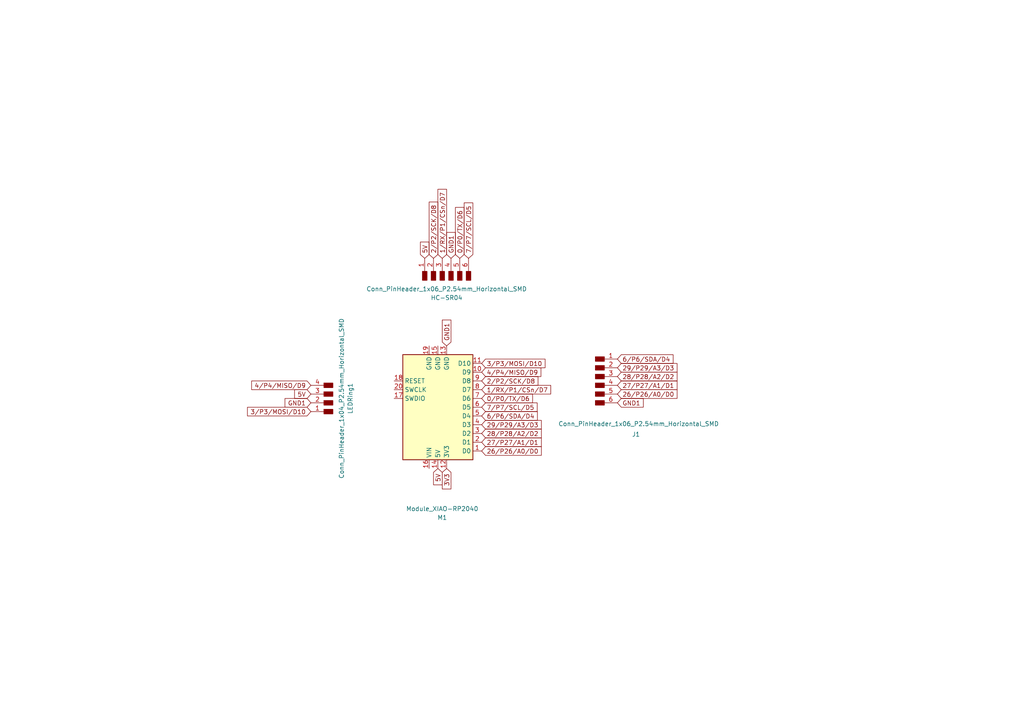
<source format=kicad_sch>
(kicad_sch (version 20231120) (generator "eeschema") (generator_version "8.0")
  (paper "A4")
  (lib_symbols
    (symbol "fab:Conn_PinHeader_1x04_P2.54mm_Horizontal_SMD" (pin_names hide)
      (property "Reference" "J" (at 0 5.08 0))
      (property "Value" "Conn_PinHeader_1x04_P2.54mm_Horizontal_SMD" (at 0 -7.62 0))
      (symbol "Conn_PinHeader_1x04_P2.54mm_Horizontal_SMD_1_1"
        (rectangle (start -1.27 -4.445) (end 1.27 -5.715) (stroke (width 0.254)) (fill (type outline)))
        (rectangle (start -1.27 -1.905) (end 1.27 -3.175) (stroke (width 0.254)) (fill (type outline)))
        (rectangle (start -1.27 0.635) (end 1.27 -0.635) (stroke (width 0.254)) (fill (type outline)))
        (rectangle (start -1.27 3.175) (end 1.27 1.905) (stroke (width 0.254)) (fill (type outline)))
        (pin passive line (at 5.08 2.54 180) (length 3.81) (name "Pin_1") (number "1"))
        (pin passive line (at 5.08 0 180) (length 3.81) (name "Pin_2") (number "2"))
        (pin passive line (at 5.08 -2.54 180) (length 3.81) (name "Pin_3") (number "3"))
        (pin passive line (at 5.08 -5.08 180) (length 3.81) (name "Pin_4") (number "4"))
      )
    )
    (symbol "fab:Conn_PinHeader_1x06_P2.54mm_Horizontal_SMD" (pin_names hide)
      (property "Reference" "J" (at 0 7.62 0))
      (property "Value" "Conn_PinHeader_1x06_P2.54mm_Horizontal_SMD" (at 0 -10.16 0))
      (symbol "Conn_PinHeader_1x06_P2.54mm_Horizontal_SMD_1_1"
        (rectangle (start -1.27 -6.985) (end 1.27 -8.255) (stroke (width 0.254)) (fill (type outline)))
        (rectangle (start -1.27 -4.445) (end 1.27 -5.715) (stroke (width 0.254)) (fill (type outline)))
        (rectangle (start -1.27 -1.905) (end 1.27 -3.175) (stroke (width 0.254)) (fill (type outline)))
        (rectangle (start -1.27 0.635) (end 1.27 -0.635) (stroke (width 0.254)) (fill (type outline)))
        (rectangle (start -1.27 3.175) (end 1.27 1.905) (stroke (width 0.254)) (fill (type outline)))
        (rectangle (start -1.27 5.715) (end 1.27 4.445) (stroke (width 0.254)) (fill (type outline)))
        (pin passive line (at 5.08 5.08 180) (length 3.81) (name "Pin_1") (number "1"))
        (pin passive line (at 5.08 2.54 180) (length 3.81) (name "Pin_2") (number "2"))
        (pin passive line (at 5.08 0 180) (length 3.81) (name "Pin_3") (number "3"))
        (pin passive line (at 5.08 -2.54 180) (length 3.81) (name "Pin_4") (number "4"))
        (pin passive line (at 5.08 -5.08 180) (length 3.81) (name "Pin_5") (number "5"))
        (pin passive line (at 5.08 -7.62 180) (length 3.81) (name "Pin_6") (number "6"))
      )
    )
    (symbol "fab:Module_XIAO-RP2040"
      (property "Reference" "M" (at -10.16 16.51 0))
      (property "Value" "Module_XIAO-RP2040" (at 3.81 16.51 0))
      (symbol "Module_XIAO-RP2040_1_1"
        (rectangle (start -10.16 15.24) (end 10.16 -15.24) (stroke (width 0.254)) (fill (type background)))
        (pin bidirectional line (at -12.7 12.7 0) (length 2.54) (name "D0") (number "1"))
        (pin bidirectional line (at -12.7 -10.16 0) (length 2.54) (name "D9") (number "10"))
        (pin bidirectional line (at -12.7 -12.7 0) (length 2.54) (name "D10") (number "11"))
        (pin power_in line (at -2.54 17.78 270) (length 2.54) (name "3V3") (number "12"))
        (pin power_in line (at -2.54 -17.78 90) (length 2.54) (name "GND") (number "13"))
        (pin power_in line (at 0 17.78 270) (length 2.54) (name "5V") (number "14"))
        (pin power_in line (at 0 -17.78 90) (length 2.54) (name "GND") (number "15"))
        (pin power_in line (at 2.54 17.78 270) (length 2.54) (name "VIN") (number "16"))
        (pin bidirectional line (at 12.7 -2.54 180) (length 2.54) (name "SWDIO") (number "17"))
        (pin input line (at 12.7 -7.62 180) (length 2.54) (name "RESET") (number "18"))
        (pin power_in line (at 2.54 -17.78 90) (length 2.54) (name "GND") (number "19"))
        (pin bidirectional line (at -12.7 10.16 0) (length 2.54) (name "D1") (number "2"))
        (pin input line (at 12.7 -5.08 180) (length 2.54) (name "SWCLK") (number "20"))
        (pin bidirectional line (at -12.7 7.62 0) (length 2.54) (name "D2") (number "3"))
        (pin bidirectional line (at -12.7 5.08 0) (length 2.54) (name "D3") (number "4"))
        (pin bidirectional line (at -12.7 2.54 0) (length 2.54) (name "D4") (number "5"))
        (pin bidirectional line (at -12.7 0 0) (length 2.54) (name "D5") (number "6"))
        (pin bidirectional line (at -12.7 -2.54 0) (length 2.54) (name "D6") (number "7"))
        (pin bidirectional line (at -12.7 -5.08 0) (length 2.54) (name "D7") (number "8"))
        (pin bidirectional line (at -12.7 -7.62 0) (length 2.54) (name "D8") (number "9"))
      )
    )
  )
  (global_label "3{slash}P3{slash}MOSI{slash}D10" (shape input) (at 90.17 119.38 180) (property "Intersheetrefs" "${INTERSHEET_REFS}" (effects (hide yes))))
  (global_label "0{slash}P0{slash}TX{slash}D6" (shape input) (at 139.7 115.57 0) (property "Intersheetrefs" "${INTERSHEET_REFS}" (effects (hide yes))))
  (global_label "5V" (shape input) (at 127 135.89 270) (property "Intersheetrefs" "${INTERSHEET_REFS}" (effects (hide yes))))
  (global_label "GND1" (shape input) (at 129.54 100.33 90) (property "Intersheetrefs" "${INTERSHEET_REFS}" (effects (hide yes))))
  (global_label "1{slash}RX{slash}P1{slash}CSn{slash}D7" (shape input) (at 139.7 113.03 0) (property "Intersheetrefs" "${INTERSHEET_REFS}" (effects (hide yes))))
  (global_label "29{slash}P29{slash}A3{slash}D3" (shape input) (at 139.7 123.19 0) (property "Intersheetrefs" "${INTERSHEET_REFS}" (effects (hide yes))))
  (global_label "6{slash}P6{slash}SDA{slash}D4" (shape input) (at 139.7 120.65 0) (property "Intersheetrefs" "${INTERSHEET_REFS}" (effects (hide yes))))
  (global_label "27{slash}P27{slash}A1{slash}D1" (shape input) (at 179.07 111.76 0) (property "Intersheetrefs" "${INTERSHEET_REFS}" (effects (hide yes))))
  (global_label "4{slash}P4{slash}MISO{slash}D9" (shape input) (at 90.17 111.76 180) (property "Intersheetrefs" "${INTERSHEET_REFS}" (effects (hide yes))))
  (global_label "29{slash}P29{slash}A3{slash}D3" (shape input) (at 179.07 106.68 0) (property "Intersheetrefs" "${INTERSHEET_REFS}" (effects (hide yes))))
  (global_label "5V" (shape input) (at 123.19 74.93 90) (property "Intersheetrefs" "${INTERSHEET_REFS}" (effects (hide yes))))
  (global_label "2{slash}P2{slash}SCK{slash}D8" (shape input) (at 125.73 74.93 90) (property "Intersheetrefs" "${INTERSHEET_REFS}" (effects (hide yes))))
  (global_label "GND1" (shape input) (at 179.07 116.84 0) (property "Intersheetrefs" "${INTERSHEET_REFS}" (effects (hide yes))))
  (global_label "7{slash}P7{slash}SCL{slash}D5" (shape input) (at 135.89 74.93 90) (property "Intersheetrefs" "${INTERSHEET_REFS}" (effects (hide yes))))
  (global_label "7{slash}P7{slash}SCL{slash}D5" (shape input) (at 139.7 118.11 0) (property "Intersheetrefs" "${INTERSHEET_REFS}" (effects (hide yes))))
  (global_label "26{slash}P26{slash}A0{slash}D0" (shape input) (at 139.7 130.81 0) (property "Intersheetrefs" "${INTERSHEET_REFS}" (effects (hide yes))))
  (global_label "5V" (shape input) (at 90.17 114.3 180) (property "Intersheetrefs" "${INTERSHEET_REFS}" (effects (hide yes))))
  (global_label "1{slash}RX{slash}P1{slash}CSn{slash}D7" (shape input) (at 128.27 74.93 90) (property "Intersheetrefs" "${INTERSHEET_REFS}" (effects (hide yes))))
  (global_label "27{slash}P27{slash}A1{slash}D1" (shape input) (at 139.7 128.27 0) (property "Intersheetrefs" "${INTERSHEET_REFS}" (effects (hide yes))))
  (global_label "GND1" (shape input) (at 90.17 116.84 180) (property "Intersheetrefs" "${INTERSHEET_REFS}" (effects (hide yes))))
  (global_label "28{slash}P28{slash}A2{slash}D2" (shape input) (at 139.7 125.73 0) (property "Intersheetrefs" "${INTERSHEET_REFS}" (effects (hide yes))))
  (global_label "3{slash}P3{slash}MOSI{slash}D10" (shape input) (at 139.7 105.41 0) (property "Intersheetrefs" "${INTERSHEET_REFS}" (effects (hide yes))))
  (global_label "0{slash}P0{slash}TX{slash}D6" (shape input) (at 133.35 74.93 90) (property "Intersheetrefs" "${INTERSHEET_REFS}" (effects (hide yes))))
  (global_label "26{slash}P26{slash}A0{slash}D0" (shape input) (at 179.07 114.3 0) (property "Intersheetrefs" "${INTERSHEET_REFS}" (effects (hide yes))))
  (global_label "6{slash}P6{slash}SDA{slash}D4" (shape input) (at 179.07 104.14 0) (property "Intersheetrefs" "${INTERSHEET_REFS}" (effects (hide yes))))
  (global_label "2{slash}P2{slash}SCK{slash}D8" (shape input) (at 139.7 110.49 0) (property "Intersheetrefs" "${INTERSHEET_REFS}" (effects (hide yes))))
  (global_label "4{slash}P4{slash}MISO{slash}D9" (shape input) (at 139.7 107.95 0) (property "Intersheetrefs" "${INTERSHEET_REFS}" (effects (hide yes))))
  (global_label "GND1" (shape input) (at 130.81 74.93 90) (property "Intersheetrefs" "${INTERSHEET_REFS}" (effects (hide yes))))
  (global_label "3V3" (shape input) (at 129.54 135.89 270) (property "Intersheetrefs" "${INTERSHEET_REFS}" (effects (hide yes))))
  (global_label "28{slash}P28{slash}A2{slash}D2" (shape input) (at 179.07 109.22 0) (property "Intersheetrefs" "${INTERSHEET_REFS}" (effects (hide yes))))
  (symbol (lib_id "fab:Conn_PinHeader_1x04_P2.54mm_Horizontal_SMD") (at 95.25 116.84 180) (unit 1)
    (property "Reference" "LEDRing1" (at 101.6 115.57 90))
    (property "Value" "Conn_PinHeader_1x04_P2.54mm_Horizontal_SMD" (at 99.06 115.57 90))
    (property "Footprint" "fab:PinHeader_1x04_P2.54mm_Horizontal_SMD" (effects (hide yes)))
    (property "Description" "Male connector, single row" (effects (hide yes)))
  )
  (symbol (lib_id "fab:Conn_PinHeader_1x06_P2.54mm_Horizontal_SMD") (at 173.99 109.22 0) (unit 1)
    (property "Reference" "J1" (at 185.674 125.984 0) (effects (justify right)))
    (property "Value" "Conn_PinHeader_1x06_P2.54mm_Horizontal_SMD" (at 208.534 122.936 0) (effects (justify right)))
    (property "Footprint" "fab:PinHeader_1x06_P2.54mm_Horizontal_SMD" (effects (hide yes)))
    (property "Datasheet" "https://gct.co/files/specs/2.54mm-socket-spec.pdf" (effects (hide yes)))
    (property "Description" "Male connector, single row" (effects (hide yes)))
  )
  (symbol (lib_id "fab:Conn_PinHeader_1x06_P2.54mm_Horizontal_SMD") (at 128.27 80.01 90) (unit 1)
    (property "Reference" "HC-SR04" (at 129.54 86.36 90))
    (property "Value" "Conn_PinHeader_1x06_P2.54mm_Horizontal_SMD" (at 129.54 83.82 90))
    (property "Footprint" "fab:PinHeader_1x06_P2.54mm_Horizontal_SMD" (effects (hide yes)))
    (property "Datasheet" "https://gct.co/files/specs/2.54mm-socket-spec.pdf" (effects (hide yes)))
    (property "Description" "Male connector, single row" (effects (hide yes)))
  )
  (symbol (lib_id "fab:Module_XIAO-RP2040") (at 127 118.11 180) (unit 1)
    (property "Reference" "M1" (at 128.27 150.114 0))
    (property "Value" "Module_XIAO-RP2040" (at 128.27 147.574 0))
    (property "Footprint" "fab:SeeedStudio_XIAO_RP2040" (effects (hide yes)))
    (property "Datasheet" "https://wiki.seeedstudio.com/XIAO-RP2040/" (effects (hide yes)))
    (property "Description" "RP2040 XIAO RP2040 - ARM® Cortex®-M0+ MCU 32-Bit Embedded Evaluation Board" (effects (hide yes)))
  )
)
</source>
